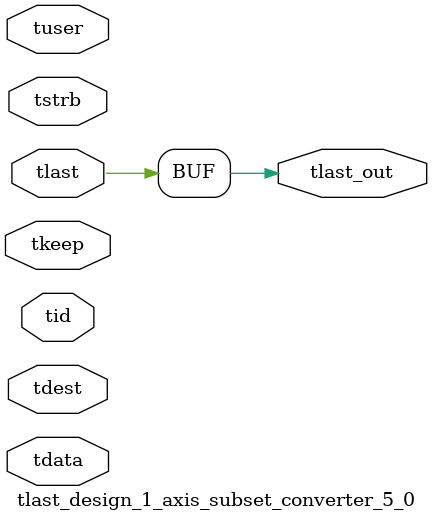
<source format=v>


`timescale 1ps/1ps

module tlast_design_1_axis_subset_converter_5_0 #
(
parameter C_S_AXIS_TID_WIDTH   = 1,
parameter C_S_AXIS_TUSER_WIDTH = 0,
parameter C_S_AXIS_TDATA_WIDTH = 0,
parameter C_S_AXIS_TDEST_WIDTH = 0
)
(
input  [(C_S_AXIS_TID_WIDTH   == 0 ? 1 : C_S_AXIS_TID_WIDTH)-1:0       ] tid,
input  [(C_S_AXIS_TDATA_WIDTH == 0 ? 1 : C_S_AXIS_TDATA_WIDTH)-1:0     ] tdata,
input  [(C_S_AXIS_TUSER_WIDTH == 0 ? 1 : C_S_AXIS_TUSER_WIDTH)-1:0     ] tuser,
input  [(C_S_AXIS_TDEST_WIDTH == 0 ? 1 : C_S_AXIS_TDEST_WIDTH)-1:0     ] tdest,
input  [(C_S_AXIS_TDATA_WIDTH/8)-1:0 ] tkeep,
input  [(C_S_AXIS_TDATA_WIDTH/8)-1:0 ] tstrb,
input  [0:0]                                                             tlast,
output                                                                   tlast_out
);

assign tlast_out = {tlast};

endmodule


</source>
